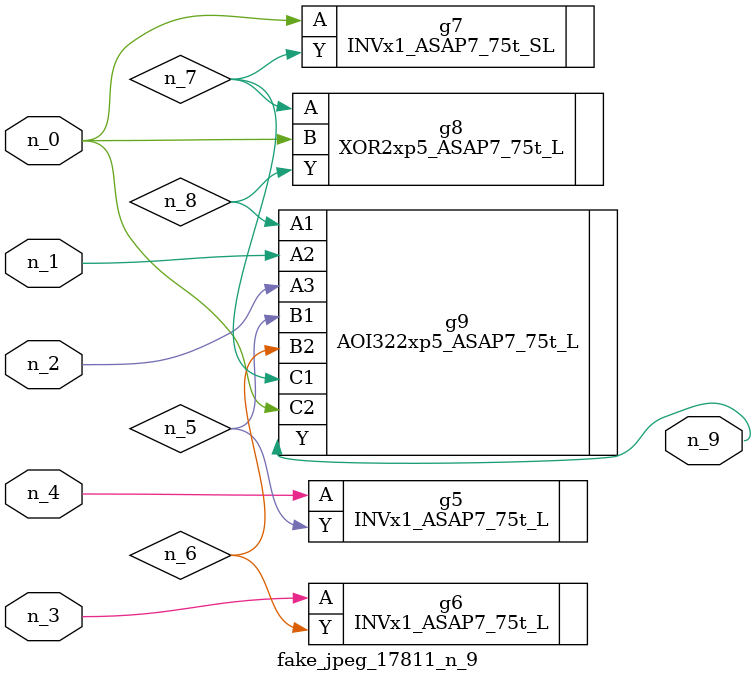
<source format=v>
module fake_jpeg_17811_n_9 (n_3, n_2, n_1, n_0, n_4, n_9);

input n_3;
input n_2;
input n_1;
input n_0;
input n_4;

output n_9;

wire n_8;
wire n_6;
wire n_5;
wire n_7;

INVx1_ASAP7_75t_L g5 ( 
.A(n_4),
.Y(n_5)
);

INVx1_ASAP7_75t_L g6 ( 
.A(n_3),
.Y(n_6)
);

INVx1_ASAP7_75t_SL g7 ( 
.A(n_0),
.Y(n_7)
);

XOR2xp5_ASAP7_75t_L g8 ( 
.A(n_7),
.B(n_0),
.Y(n_8)
);

AOI322xp5_ASAP7_75t_L g9 ( 
.A1(n_8),
.A2(n_1),
.A3(n_2),
.B1(n_5),
.B2(n_6),
.C1(n_7),
.C2(n_0),
.Y(n_9)
);


endmodule
</source>
